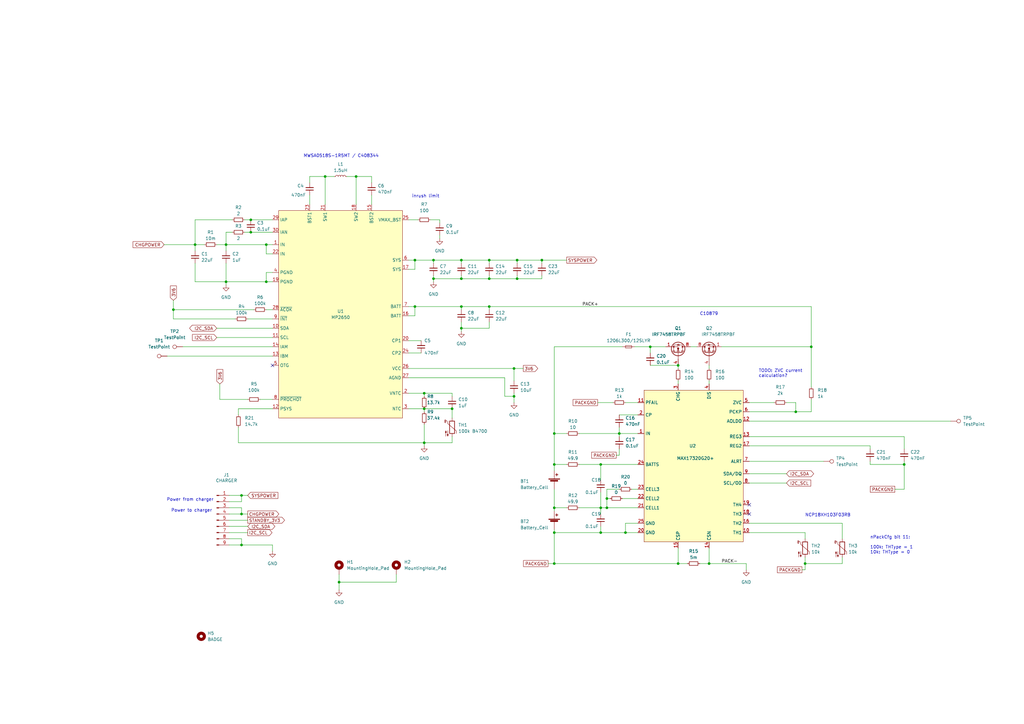
<source format=kicad_sch>
(kicad_sch (version 20230121) (generator eeschema)
  (paper "A3")
  (lib_symbols
    (symbol "Connector:Conn_01x09_Male" (pin_names (offset 1.016) hide)
      (property "Reference" "J" (at 0 12.7 0))
      (property "Value" "Conn_01x09_Male" (at 0 -12.7 0))
      (symbol "Conn_01x09_Male_1_1"
        (pin passive line (at 5.08 10.16 180) (length 3.81) (name "Pin_1") (number "1"))
        (pin passive line (at 5.08 7.62 180) (length 3.81) (name "Pin_2") (number "2"))
        (pin passive line (at 5.08 5.08 180) (length 3.81) (name "Pin_3") (number "3"))
        (pin passive line (at 5.08 2.54 180) (length 3.81) (name "Pin_4") (number "4"))
        (pin passive line (at 5.08 0 180) (length 3.81) (name "Pin_5") (number "5"))
        (pin passive line (at 5.08 -2.54 180) (length 3.81) (name "Pin_6") (number "6"))
        (pin passive line (at 5.08 -5.08 180) (length 3.81) (name "Pin_7") (number "7"))
        (pin passive line (at 5.08 -7.62 180) (length 3.81) (name "Pin_8") (number "8"))
        (pin passive line (at 5.08 -10.16 180) (length 3.81) (name "Pin_9") (number "9"))
      )
    )
    (symbol "Connector:TestPoint" (pin_numbers hide) (pin_names (offset 0.762) hide)
      (property "Reference" "TP" (at 0 6.858 0))
      (property "Value" "TestPoint" (at 0 5.08 0))
      (symbol "TestPoint_1_1"
        (pin passive line (at 0 0 90) (length 2.54) (name "1") (number "1"))
      )
    )
    (symbol "Device:Battery_Cell" (pin_numbers hide) (pin_names (offset 0) hide)
      (property "Reference" "BT" (at 2.54 2.54 0))
      (property "Value" "Battery_Cell" (at 2.54 0 0))
      (symbol "Battery_Cell_1_1"
        (pin passive line (at 0 5.08 270) (length 2.54) (name "+") (number "1"))
        (pin passive line (at 0 -2.54 90) (length 2.54) (name "-") (number "2"))
      )
    )
    (symbol "Device:C_Small" (pin_numbers hide) (pin_names (offset 0.254) hide)
      (property "Reference" "C" (at 0.254 1.778 0))
      (property "Value" "C_Small" (at 0.254 -2.032 0))
      (symbol "C_Small_1_1"
        (pin passive line (at 0 2.54 270) (length 2.032) (name "~") (number "1"))
        (pin passive line (at 0 -2.54 90) (length 2.032) (name "~") (number "2"))
      )
    )
    (symbol "Device:Fuse_Small" (pin_numbers hide) (pin_names (offset 0.254) hide)
      (property "Reference" "F" (at 0 -1.524 0))
      (property "Value" "Fuse_Small" (at 0 1.524 0))
      (symbol "Fuse_Small_1_1"
        (pin passive line (at -2.54 0 0) (length 1.27) (name "~") (number "1"))
        (pin passive line (at 2.54 0 180) (length 1.27) (name "~") (number "2"))
      )
    )
    (symbol "Device:L_Small" (pin_numbers hide) (pin_names (offset 0.254) hide)
      (property "Reference" "L" (at 0.762 1.016 0))
      (property "Value" "L_Small" (at 0.762 -1.016 0))
      (symbol "L_Small_1_1"
        (pin passive line (at 0 2.54 270) (length 0.508) (name "~") (number "1"))
        (pin passive line (at 0 -2.54 90) (length 0.508) (name "~") (number "2"))
      )
    )
    (symbol "Device:R_Small" (pin_numbers hide) (pin_names (offset 0.254) hide)
      (property "Reference" "R" (at 0.762 0.508 0))
      (property "Value" "R_Small" (at 0.762 -1.016 0))
      (symbol "R_Small_1_1"
        (pin passive line (at 0 2.54 270) (length 0.762) (name "~") (number "1"))
        (pin passive line (at 0 -2.54 90) (length 0.762) (name "~") (number "2"))
      )
    )
    (symbol "Device:Thermistor_NTC" (pin_numbers hide) (pin_names (offset 0))
      (property "Reference" "TH" (at -4.445 0 90))
      (property "Value" "Thermistor_NTC" (at 3.175 0 90))
      (symbol "Thermistor_NTC_1_1"
        (pin passive line (at 0 3.81 270) (length 1.27) (name "~") (number "1"))
        (pin passive line (at 0 -3.81 90) (length 1.27) (name "~") (number "2"))
      )
    )
    (symbol "Mechanical:MountingHole" (pin_names (offset 1.016))
      (property "Reference" "H" (at 0 5.08 0))
      (property "Value" "MountingHole" (at 0 3.175 0))
    )
    (symbol "Mechanical:MountingHole_Pad" (pin_numbers hide) (pin_names (offset 1.016) hide)
      (property "Reference" "H" (at 0 6.35 0))
      (property "Value" "MountingHole_Pad" (at 0 4.445 0))
      (symbol "MountingHole_Pad_1_1"
        (pin input line (at 0 -2.54 90) (length 2.54) (name "1") (number "1"))
      )
    )
    (symbol "Transistor_FET:IRF7403" (pin_names hide)
      (property "Reference" "Q" (at 5.08 2.54 0))
      (property "Value" "IRF7403" (at 5.08 0 0))
      (symbol "IRF7403_1_1"
        (pin passive line (at 2.54 -5.08 90) (length 2.54) (name "S") (number "1"))
        (pin passive line (at 2.54 -5.08 90) (length 2.54) hide (name "S") (number "2"))
        (pin passive line (at 2.54 -5.08 90) (length 2.54) hide (name "S") (number "3"))
        (pin input line (at -5.08 0 0) (length 2.54) (name "G") (number "4"))
        (pin passive line (at 2.54 5.08 270) (length 2.54) hide (name "D") (number "5"))
        (pin passive line (at 2.54 5.08 270) (length 2.54) hide (name "D") (number "6"))
        (pin passive line (at 2.54 5.08 270) (length 2.54) hide (name "D") (number "7"))
        (pin passive line (at 2.54 5.08 270) (length 2.54) (name "D") (number "8"))
      )
    )
    (symbol "pocket-reform-charger:MAX17320G"
      (property "Reference" "U2" (at -1.7906 2.54 0))
      (property "Value" "MAX17320G" (at -6.8706 -2.54 0))
      (symbol "MAX17320G_1_1"
        (pin power_in line (at -22.86 7.62 0) (length 2.54) (name "IN") (number "1"))
        (pin input line (at 22.86 -33.02 180) (length 2.54) (name "TH1") (number "10"))
        (pin input line (at -22.86 20.32 0) (length 2.54) (name "PFAIL") (number "11"))
        (pin passive line (at 22.86 12.7 180) (length 2.54) (name "AOLDO") (number "12"))
        (pin input line (at 22.86 6.35 180) (length 2.54) (name "REG3") (number "13"))
        (pin input line (at 6.35 -39.37 90) (length 2.54) (name "CSN") (number "14"))
        (pin input line (at -6.35 -39.37 90) (length 2.54) (name "CSP") (number "15"))
        (pin input line (at 22.86 -29.21 180) (length 2.54) (name "TH2") (number "16"))
        (pin input line (at 22.86 2.54 180) (length 2.54) (name "REG2") (number "17"))
        (pin input line (at 22.86 -25.4 180) (length 2.54) (name "TH3") (number "18"))
        (pin input line (at 22.86 -21.59 180) (length 2.54) (name "TH4") (number "19"))
        (pin input line (at -22.86 15.24 0) (length 2.54) (name "CP") (number "2"))
        (pin input line (at -22.86 -33.02 0) (length 2.54) (name "GND") (number "20"))
        (pin input line (at -22.86 -22.86 0) (length 2.54) (name "CELL1") (number "21"))
        (pin input line (at -22.86 -19.05 0) (length 2.54) (name "CELL2") (number "22"))
        (pin input line (at -22.86 -15.24 0) (length 2.54) (name "CELL3") (number "23"))
        (pin input line (at -22.86 -5.08 0) (length 2.54) (name "BATTS") (number "24"))
        (pin input line (at -22.86 -29.21 0) (length 2.54) (name "GND") (number "25"))
        (pin input line (at -6.35 27.94 270) (length 2.54) (name "CHG") (number "3"))
        (pin input line (at 6.35 27.94 270) (length 2.54) (name "DIS") (number "4"))
        (pin passive line (at 22.86 20.32 180) (length 2.54) (name "ZVC") (number "5"))
        (pin passive line (at 22.86 16.51 180) (length 2.54) (name "PCKP") (number "6"))
        (pin output line (at 22.86 -3.81 180) (length 2.54) (name "ALRT") (number "7"))
        (pin input line (at 22.86 -12.7 180) (length 2.54) (name "SCL/OD") (number "8"))
        (pin bidirectional line (at 22.86 -8.89 180) (length 2.54) (name "SDA/DQ") (number "9"))
      )
    )
    (symbol "pocket-reform-charger:MP2650"
      (property "Reference" "U" (at 0 2.54 0))
      (property "Value" "MP2650" (at 0 -1.27 0))
      (symbol "MP2650_1_1"
        (pin power_in line (at -27.94 27.94 0) (length 2.54) (name "IN") (number "1"))
        (pin bidirectional line (at -27.94 -6.35 0) (length 2.54) (name "SDA") (number "10"))
        (pin input line (at -27.94 -10.16 0) (length 2.54) (name "SCL") (number "11"))
        (pin output line (at -27.94 -39.37 0) (length 2.54) (name "PSYS") (number "12"))
        (pin output line (at -27.94 -17.78 0) (length 2.54) (name "IBM") (number "13"))
        (pin output line (at -27.94 -13.97 0) (length 2.54) (name "IAM") (number "14"))
        (pin input line (at 12.7 44.45 270) (length 2.54) (name "BST2") (number "15"))
        (pin bidirectional line (at 27.94 -1.27 180) (length 2.54) (name "BATT") (number "16"))
        (pin power_out line (at 27.94 17.78 180) (length 2.54) (name "SYS") (number "17"))
        (pin input line (at 6.35 44.45 270) (length 2.54) (name "SW2") (number "18"))
        (pin power_in line (at -27.94 12.7 0) (length 2.54) (name "PGND") (number "19"))
        (pin output line (at 27.94 -33.02 180) (length 2.54) (name "VNTC") (number "2"))
        (pin input line (at 27.94 -11.43 180) (length 2.54) (name "CP1") (number "20"))
        (pin input line (at -6.35 44.45 270) (length 2.54) (name "SW1") (number "21"))
        (pin power_in line (at -27.94 24.13 0) (length 2.54) (name "IN") (number "22"))
        (pin input line (at -12.7 44.45 270) (length 2.54) (name "BST1") (number "23"))
        (pin input line (at 27.94 -16.51 180) (length 2.54) (name "CP2") (number "24"))
        (pin output line (at 27.94 38.1 180) (length 2.54) (name "VMAX_BST") (number "25"))
        (pin power_out line (at 27.94 -22.86 180) (length 2.54) (name "VCC") (number "26"))
        (pin power_in line (at 27.94 -26.67 180) (length 2.54) (name "AGND") (number "27"))
        (pin input line (at -27.94 1.27 0) (length 2.54) (name "~{ACOK}") (number "28"))
        (pin input line (at -27.94 38.1 0) (length 2.54) (name "IAP") (number "29"))
        (pin input line (at 27.94 -39.37 180) (length 2.54) (name "NTC") (number "3"))
        (pin input line (at -27.94 33.02 0) (length 2.54) (name "IAN") (number "30"))
        (pin power_in line (at -27.94 16.51 0) (length 2.54) (name "PGND") (number "4"))
        (pin input line (at -27.94 -21.59 0) (length 2.54) (name "OTG") (number "5"))
        (pin power_out line (at 27.94 21.59 180) (length 2.54) (name "SYS") (number "6"))
        (pin bidirectional line (at 27.94 2.54 180) (length 2.54) (name "BATT") (number "7"))
        (pin output line (at -27.94 -35.56 0) (length 2.54) (name "~{PROCHOT}") (number "8"))
        (pin output line (at -27.94 -2.54 0) (length 2.54) (name "~{INT}") (number "9"))
      )
    )
    (symbol "power:GND" (power) (pin_names (offset 0))
      (property "Value" "GND" (at 0 -3.81 0))
      (symbol "GND_1_1"
        (pin power_in line (at 0 0 270) (length 0) hide (name "GND") (number "1"))
      )
    )
  )
  (junction (at 278.13 231.14))
  (junction (at 173.99 161.29))
  (junction (at 266.7 142.24))
  (junction (at 189.23 134.62))
  (junction (at 173.99 181.61))
  (junction (at 71.12 127))
  (junction (at 200.66 125.73))
  (junction (at 332.74 142.24))
  (junction (at 246.38 218.44))
  (junction (at 278.13 149.86))
  (junction (at 227.33 231.14))
  (junction (at 248.92 208.28))
  (junction (at 177.8 114.3))
  (junction (at 326.39 168.91))
  (junction (at 227.33 177.8))
  (junction (at 210.82 151.13))
  (junction (at 92.71 100.33))
  (junction (at 102.87 90.17))
  (junction (at 102.87 95.25))
  (junction (at 109.22 115.57))
  (junction (at 109.22 100.33))
  (junction (at 80.01 100.33))
  (junction (at 254 177.8))
  (junction (at 246.38 190.5))
  (junction (at 290.83 231.14))
  (junction (at 210.82 162.56))
  (junction (at 246.38 208.28))
  (junction (at 212.09 106.68))
  (junction (at 256.54 218.44))
  (junction (at 173.99 167.64))
  (junction (at 185.42 167.64))
  (junction (at 200.66 106.68))
  (junction (at 99.06 203.2))
  (junction (at 212.09 114.3))
  (junction (at 99.06 223.52))
  (junction (at 248.92 204.47))
  (junction (at 189.23 114.3))
  (junction (at 330.2 231.14))
  (junction (at 189.23 106.68))
  (junction (at 200.66 114.3))
  (junction (at 227.33 208.28))
  (junction (at 99.06 210.82))
  (junction (at 146.05 72.39))
  (junction (at 227.33 190.5))
  (junction (at 370.84 190.5))
  (junction (at 170.18 125.73))
  (junction (at 227.33 218.44))
  (junction (at 222.25 106.68))
  (junction (at 133.35 72.39))
  (junction (at 177.8 106.68))
  (junction (at 170.18 106.68))
  (junction (at 139.065 238.76))
  (junction (at 92.71 115.57))
  (junction (at 189.23 125.73))
  (no_connect (at 307.34 207.01))
  (no_connect (at 307.34 210.82))
  (no_connect (at 111.76 149.86))
  (wire (pts (xy 326.39 165.1) (xy 322.58 165.1)))
  (wire (pts (xy 173.99 173.99) (xy 173.99 181.61)))
  (wire (pts (xy 80.01 100.33) (xy 80.01 102.87)))
  (wire (pts (xy 207.01 162.56) (xy 210.82 162.56)))
  (wire (pts (xy 100.33 95.25) (xy 102.87 95.25)))
  (wire (pts (xy 345.44 231.14) (xy 345.44 228.6)))
  (wire (pts (xy 99.06 220.98) (xy 99.06 223.52)))
  (wire (pts (xy 167.64 161.29) (xy 173.99 161.29)))
  (wire (pts (xy 222.25 114.3) (xy 222.25 113.03)))
  (wire (pts (xy 142.24 72.39) (xy 146.05 72.39)))
  (wire (pts (xy 97.79 181.61) (xy 97.79 175.26)))
  (wire (pts (xy 259.08 200.66) (xy 261.62 200.66)))
  (wire (pts (xy 332.74 168.91) (xy 332.74 163.83)))
  (wire (pts (xy 97.79 167.64) (xy 97.79 170.18)))
  (wire (pts (xy 307.34 168.91) (xy 326.39 168.91)))
  (wire (pts (xy 278.13 156.21) (xy 278.13 157.48)))
  (wire (pts (xy 254 200.66) (xy 248.92 200.66)))
  (wire (pts (xy 167.64 151.13) (xy 210.82 151.13)))
  (wire (pts (xy 283.21 142.24) (xy 285.75 142.24)))
  (wire (pts (xy 92.71 116.84) (xy 92.71 115.57)))
  (wire (pts (xy 345.44 220.98) (xy 345.44 214.63)))
  (wire (pts (xy 207.01 154.94) (xy 207.01 162.56)))
  (wire (pts (xy 254 175.26) (xy 254 177.8)))
  (wire (pts (xy 170.18 125.73) (xy 170.18 129.54)))
  (wire (pts (xy 97.79 167.64) (xy 111.76 167.64)))
  (wire (pts (xy 227.33 208.28) (xy 227.33 209.55)))
  (wire (pts (xy 210.82 162.56) (xy 210.82 165.1)))
  (wire (pts (xy 328.93 233.68) (xy 330.2 233.68)))
  (wire (pts (xy 222.25 106.68) (xy 232.41 106.68)))
  (wire (pts (xy 93.98 205.74) (xy 99.06 205.74)))
  (wire (pts (xy 93.98 210.82) (xy 99.06 210.82)))
  (wire (pts (xy 99.06 208.28) (xy 99.06 210.82)))
  (wire (pts (xy 332.74 125.73) (xy 332.74 142.24)))
  (wire (pts (xy 177.8 114.3) (xy 189.23 114.3)))
  (wire (pts (xy 167.64 167.64) (xy 173.99 167.64)))
  (wire (pts (xy 224.79 231.14) (xy 227.33 231.14)))
  (wire (pts (xy 74.93 142.24) (xy 111.76 142.24)))
  (wire (pts (xy 167.64 90.17) (xy 171.45 90.17)))
  (wire (pts (xy 290.83 231.14) (xy 306.07 231.14)))
  (wire (pts (xy 237.49 177.8) (xy 254 177.8)))
  (wire (pts (xy 93.98 208.28) (xy 99.06 208.28)))
  (wire (pts (xy 356.87 190.5) (xy 356.87 189.23)))
  (wire (pts (xy 90.17 163.83) (xy 90.17 157.48)))
  (wire (pts (xy 367.03 200.66) (xy 370.84 200.66)))
  (wire (pts (xy 356.87 182.88) (xy 356.87 184.15)))
  (wire (pts (xy 210.82 161.29) (xy 210.82 162.56)))
  (wire (pts (xy 152.4 80.01) (xy 152.4 83.82)))
  (wire (pts (xy 167.64 154.94) (xy 207.01 154.94)))
  (wire (pts (xy 96.52 130.81) (xy 71.12 130.81)))
  (wire (pts (xy 307.34 194.31) (xy 322.58 194.31)))
  (wire (pts (xy 332.74 142.24) (xy 295.91 142.24)))
  (wire (pts (xy 127 80.01) (xy 127 83.82)))
  (wire (pts (xy 106.68 163.83) (xy 111.76 163.83)))
  (wire (pts (xy 326.39 168.91) (xy 332.74 168.91)))
  (wire (pts (xy 307.34 182.88) (xy 356.87 182.88)))
  (wire (pts (xy 227.33 218.44) (xy 227.33 217.17)))
  (wire (pts (xy 246.38 190.5) (xy 246.38 196.85)))
  (wire (pts (xy 227.33 200.66) (xy 227.33 208.28)))
  (wire (pts (xy 227.33 190.5) (xy 227.33 193.04)))
  (wire (pts (xy 173.99 161.29) (xy 185.42 161.29)))
  (wire (pts (xy 111.76 226.06) (xy 111.76 223.52)))
  (wire (pts (xy 139.065 238.76) (xy 162.56 238.76)))
  (wire (pts (xy 133.35 83.82) (xy 133.35 72.39)))
  (wire (pts (xy 170.18 125.73) (xy 189.23 125.73)))
  (wire (pts (xy 290.83 156.21) (xy 290.83 157.48)))
  (wire (pts (xy 173.99 181.61) (xy 97.79 181.61)))
  (wire (pts (xy 173.99 161.29) (xy 173.99 162.56)))
  (wire (pts (xy 167.64 139.7) (xy 172.72 139.7)))
  (wire (pts (xy 200.66 113.03) (xy 200.66 114.3)))
  (wire (pts (xy 177.8 113.03) (xy 177.8 114.3)))
  (wire (pts (xy 92.71 115.57) (xy 109.22 115.57)))
  (wire (pts (xy 93.98 218.44) (xy 101.6 218.44)))
  (wire (pts (xy 232.41 177.8) (xy 227.33 177.8)))
  (wire (pts (xy 111.76 104.14) (xy 109.22 104.14)))
  (wire (pts (xy 248.92 204.47) (xy 250.19 204.47)))
  (wire (pts (xy 252.73 186.69) (xy 254 186.69)))
  (wire (pts (xy 189.23 125.73) (xy 189.23 127)))
  (wire (pts (xy 80.01 100.33) (xy 83.82 100.33)))
  (wire (pts (xy 146.05 72.39) (xy 146.05 83.82)))
  (wire (pts (xy 330.2 220.98) (xy 330.2 218.44)))
  (wire (pts (xy 254 170.18) (xy 261.62 170.18)))
  (wire (pts (xy 189.23 106.68) (xy 189.23 107.95)))
  (wire (pts (xy 162.56 238.76) (xy 162.56 235.585)))
  (wire (pts (xy 307.34 198.12) (xy 322.58 198.12)))
  (wire (pts (xy 212.09 106.68) (xy 212.09 107.95)))
  (wire (pts (xy 109.22 104.14) (xy 109.22 100.33)))
  (wire (pts (xy 109.22 100.33) (xy 111.76 100.33)))
  (wire (pts (xy 173.99 167.64) (xy 173.99 168.91)))
  (wire (pts (xy 210.82 151.13) (xy 214.63 151.13)))
  (wire (pts (xy 93.98 220.98) (xy 99.06 220.98)))
  (wire (pts (xy 189.23 106.68) (xy 200.66 106.68)))
  (wire (pts (xy 92.71 95.25) (xy 92.71 100.33)))
  (wire (pts (xy 261.62 214.63) (xy 256.54 214.63)))
  (wire (pts (xy 307.34 165.1) (xy 317.5 165.1)))
  (wire (pts (xy 177.8 106.68) (xy 189.23 106.68)))
  (wire (pts (xy 246.38 208.28) (xy 246.38 210.82)))
  (wire (pts (xy 248.92 200.66) (xy 248.92 204.47)))
  (wire (pts (xy 222.25 106.68) (xy 222.25 107.95)))
  (wire (pts (xy 345.44 214.63) (xy 307.34 214.63)))
  (wire (pts (xy 210.82 151.13) (xy 210.82 156.21)))
  (wire (pts (xy 100.33 90.17) (xy 102.87 90.17)))
  (wire (pts (xy 92.71 100.33) (xy 109.22 100.33)))
  (wire (pts (xy 80.01 115.57) (xy 80.01 107.95)))
  (wire (pts (xy 127 72.39) (xy 127 74.93)))
  (wire (pts (xy 189.23 113.03) (xy 189.23 114.3)))
  (wire (pts (xy 127 72.39) (xy 133.35 72.39)))
  (wire (pts (xy 139.065 235.585) (xy 139.065 238.76)))
  (wire (pts (xy 189.23 134.62) (xy 200.66 134.62)))
  (wire (pts (xy 246.38 215.9) (xy 246.38 218.44)))
  (wire (pts (xy 71.12 130.81) (xy 71.12 127)))
  (wire (pts (xy 255.27 204.47) (xy 261.62 204.47)))
  (wire (pts (xy 266.7 142.24) (xy 266.7 144.78)))
  (wire (pts (xy 256.54 165.1) (xy 261.62 165.1)))
  (wire (pts (xy 101.6 130.81) (xy 111.76 130.81)))
  (wire (pts (xy 99.06 203.2) (xy 101.6 203.2)))
  (wire (pts (xy 109.22 127) (xy 111.76 127)))
  (wire (pts (xy 180.34 91.44) (xy 180.34 90.17)))
  (wire (pts (xy 278.13 149.86) (xy 278.13 151.13)))
  (wire (pts (xy 246.38 201.93) (xy 246.38 208.28)))
  (wire (pts (xy 370.84 190.5) (xy 356.87 190.5)))
  (wire (pts (xy 212.09 114.3) (xy 212.09 113.03)))
  (wire (pts (xy 200.66 114.3) (xy 212.09 114.3)))
  (wire (pts (xy 167.64 106.68) (xy 170.18 106.68)))
  (wire (pts (xy 177.8 114.3) (xy 177.8 115.57)))
  (wire (pts (xy 71.12 127) (xy 104.14 127)))
  (wire (pts (xy 167.64 144.78) (xy 172.72 144.78)))
  (wire (pts (xy 99.06 210.82) (xy 101.6 210.82)))
  (wire (pts (xy 99.06 223.52) (xy 111.76 223.52)))
  (wire (pts (xy 306.07 233.68) (xy 306.07 231.14)))
  (wire (pts (xy 200.66 125.73) (xy 200.66 127)))
  (wire (pts (xy 180.34 96.52) (xy 180.34 97.79)))
  (wire (pts (xy 170.18 106.68) (xy 170.18 110.49)))
  (wire (pts (xy 256.54 214.63) (xy 256.54 218.44)))
  (wire (pts (xy 307.34 218.44) (xy 330.2 218.44)))
  (wire (pts (xy 330.2 231.14) (xy 330.2 233.68)))
  (wire (pts (xy 68.58 146.05) (xy 111.76 146.05)))
  (wire (pts (xy 180.34 90.17) (xy 176.53 90.17)))
  (wire (pts (xy 99.06 223.52) (xy 93.98 223.52)))
  (wire (pts (xy 278.13 231.14) (xy 278.13 224.79)))
  (wire (pts (xy 370.84 190.5) (xy 370.84 200.66)))
  (wire (pts (xy 173.99 167.64) (xy 185.42 167.64)))
  (wire (pts (xy 109.22 111.76) (xy 109.22 115.57)))
  (wire (pts (xy 133.35 72.39) (xy 137.16 72.39)))
  (wire (pts (xy 88.9 134.62) (xy 111.76 134.62)))
  (wire (pts (xy 102.87 95.25) (xy 111.76 95.25)))
  (wire (pts (xy 93.98 203.2) (xy 99.06 203.2)))
  (wire (pts (xy 248.92 208.28) (xy 261.62 208.28)))
  (wire (pts (xy 95.25 90.17) (xy 80.01 90.17)))
  (wire (pts (xy 152.4 74.93) (xy 152.4 72.39)))
  (wire (pts (xy 254 186.69) (xy 254 184.15)))
  (wire (pts (xy 111.76 111.76) (xy 109.22 111.76)))
  (wire (pts (xy 246.38 208.28) (xy 248.92 208.28)))
  (wire (pts (xy 307.34 189.23) (xy 337.82 189.23)))
  (wire (pts (xy 189.23 114.3) (xy 200.66 114.3)))
  (wire (pts (xy 92.71 115.57) (xy 80.01 115.57)))
  (wire (pts (xy 185.42 181.61) (xy 185.42 179.07)))
  (wire (pts (xy 254 177.8) (xy 261.62 177.8)))
  (wire (pts (xy 170.18 129.54) (xy 167.64 129.54)))
  (wire (pts (xy 167.64 125.73) (xy 170.18 125.73)))
  (wire (pts (xy 248.92 208.28) (xy 248.92 204.47)))
  (wire (pts (xy 170.18 106.68) (xy 177.8 106.68)))
  (wire (pts (xy 185.42 167.64) (xy 185.42 171.45)))
  (wire (pts (xy 139.065 238.76) (xy 139.065 241.935)))
  (wire (pts (xy 109.22 115.57) (xy 111.76 115.57)))
  (wire (pts (xy 189.23 132.08) (xy 189.23 134.62)))
  (wire (pts (xy 67.31 100.33) (xy 80.01 100.33)))
  (wire (pts (xy 260.35 142.24) (xy 266.7 142.24)))
  (wire (pts (xy 261.62 218.44) (xy 256.54 218.44)))
  (wire (pts (xy 266.7 149.86) (xy 278.13 149.86)))
  (wire (pts (xy 237.49 190.5) (xy 246.38 190.5)))
  (wire (pts (xy 177.8 106.68) (xy 177.8 107.95)))
  (wire (pts (xy 290.83 231.14) (xy 287.02 231.14)))
  (wire (pts (xy 185.42 161.29) (xy 185.42 162.56)))
  (wire (pts (xy 92.71 100.33) (xy 92.71 102.87)))
  (wire (pts (xy 246.38 208.28) (xy 237.49 208.28)))
  (wire (pts (xy 227.33 190.5) (xy 232.41 190.5)))
  (wire (pts (xy 99.06 205.74) (xy 99.06 203.2)))
  (wire (pts (xy 266.7 142.24) (xy 273.05 142.24)))
  (wire (pts (xy 278.13 231.14) (xy 227.33 231.14)))
  (wire (pts (xy 370.84 189.23) (xy 370.84 190.5)))
  (wire (pts (xy 370.84 179.07) (xy 370.84 184.15)))
  (wire (pts (xy 290.83 224.79) (xy 290.83 231.14)))
  (wire (pts (xy 245.11 165.1) (xy 251.46 165.1)))
  (wire (pts (xy 189.23 134.62) (xy 189.23 135.89)))
  (wire (pts (xy 232.41 208.28) (xy 227.33 208.28)))
  (wire (pts (xy 88.9 138.43) (xy 111.76 138.43)))
  (wire (pts (xy 200.66 125.73) (xy 332.74 125.73)))
  (wire (pts (xy 200.66 134.62) (xy 200.66 132.08)))
  (wire (pts (xy 307.34 179.07) (xy 370.84 179.07)))
  (wire (pts (xy 173.99 181.61) (xy 185.42 181.61)))
  (wire (pts (xy 88.9 100.33) (xy 92.71 100.33)))
  (wire (pts (xy 200.66 106.68) (xy 212.09 106.68)))
  (wire (pts (xy 71.12 123.19) (xy 71.12 127)))
  (wire (pts (xy 173.99 181.61) (xy 173.99 182.88)))
  (wire (pts (xy 281.94 231.14) (xy 278.13 231.14)))
  (wire (pts (xy 246.38 190.5) (xy 261.62 190.5)))
  (wire (pts (xy 246.38 218.44) (xy 227.33 218.44)))
  (wire (pts (xy 212.09 114.3) (xy 222.25 114.3)))
  (wire (pts (xy 80.01 90.17) (xy 80.01 100.33)))
  (wire (pts (xy 101.6 163.83) (xy 90.17 163.83)))
  (wire (pts (xy 330.2 231.14) (xy 345.44 231.14)))
  (wire (pts (xy 189.23 125.73) (xy 200.66 125.73)))
  (wire (pts (xy 170.18 110.49) (xy 167.64 110.49)))
  (wire (pts (xy 254 177.8) (xy 254 179.07)))
  (wire (pts (xy 200.66 106.68) (xy 200.66 107.95)))
  (wire (pts (xy 227.33 218.44) (xy 227.33 231.14)))
  (wire (pts (xy 93.98 215.9) (xy 101.6 215.9)))
  (wire (pts (xy 212.09 106.68) (xy 222.25 106.68)))
  (wire (pts (xy 93.98 213.36) (xy 101.6 213.36)))
  (wire (pts (xy 290.83 149.86) (xy 290.83 151.13)))
  (wire (pts (xy 326.39 168.91) (xy 326.39 165.1)))
  (wire (pts (xy 307.34 172.72) (xy 389.89 172.72)))
  (wire (pts (xy 332.74 142.24) (xy 332.74 158.75)))
  (wire (pts (xy 95.25 95.25) (xy 92.71 95.25)))
  (wire (pts (xy 92.71 107.95) (xy 92.71 115.57)))
  (wire (pts (xy 102.87 90.17) (xy 111.76 90.17)))
  (wire (pts (xy 255.27 142.24) (xy 227.33 142.24)))
  (wire (pts (xy 330.2 228.6) (xy 330.2 231.14)))
  (wire (pts (xy 146.05 72.39) (xy 152.4 72.39)))
  (wire (pts (xy 227.33 142.24) (xy 227.33 177.8)))
  (wire (pts (xy 227.33 177.8) (xy 227.33 190.5)))
  (wire (pts (xy 256.54 218.44) (xy 246.38 218.44)))
  (text "MWSA0518S-1R5MT / C408344" (at 124.46 64.77 0) (effects (font (size 1.27 1.27)) (justify left bottom)))
  (text "TODO: ZVC current\ncalculation?" (at 311.15 154.94 0) (effects (font (size 1.27 1.27)) (justify left bottom)))
  (text "C10879" (at 287.02 129.54 0) (effects (font (size 1.27 1.27)) (justify left bottom)))
  (text "NCP18XH103F03RB " (at 330.2 212.09 0) (effects (font (size 1.27 1.27)) (justify left bottom)))
  (text "inrush limit" (at 168.91 81.28 0) (effects (font (size 1.27 1.27)) (justify left bottom)))
  (text "Power from charger" (at 87.63 205.74 0) (effects (font (size 1.27 1.27)) (justify right bottom)))
  (text "nPackCfg bit 11:\n\n100k: THType = 1\n10k: THType = 0" (at 356.87 227.33 0) (effects (font (size 1.27 1.27)) (justify left bottom)))
  (text "Power to charger" (at 86.995 210.185 0) (effects (font (size 1.27 1.27)) (justify right bottom)))
  (label "PACK+" (at 238.76 125.73 0))
  (label "PACK-" (at 295.91 231.14 0))
  (global_label "PACKGND" (shape passive) (at 328.93 233.68 180) (property "Intersheetrefs" "${INTERSHEET_REFS}" (effects hide)))
  (global_label "PACKGND" (shape passive) (at 367.03 200.66 180) (property "Intersheetrefs" "${INTERSHEET_REFS}" (effects hide)))
  (global_label "CHGPOWER" (shape output) (at 101.6 210.82 0) (property "Intersheetrefs" "${INTERSHEET_REFS}" (effects hide)))
  (global_label "PACKGND" (shape passive) (at 224.79 231.14 180) (property "Intersheetrefs" "${INTERSHEET_REFS}" (effects hide)))
  (global_label "SYSPOWER" (shape input) (at 101.6 203.2 0) (property "Intersheetrefs" "${INTERSHEET_REFS}" (effects hide)))
  (global_label "I2C_SDA" (shape bidirectional) (at 322.58 194.31 0) (property "Intersheetrefs" "${INTERSHEET_REFS}" (effects hide)))
  (global_label "SYSPOWER" (shape output) (at 232.41 106.68 0) (property "Intersheetrefs" "${INTERSHEET_REFS}" (effects hide)))
  (global_label "3V6" (shape input) (at 71.12 123.19 90) (property "Intersheetrefs" "${INTERSHEET_REFS}" (effects hide)))
  (global_label "3V6" (shape input) (at 90.17 157.48 90) (property "Intersheetrefs" "${INTERSHEET_REFS}" (effects hide)))
  (global_label "I2C_SDA" (shape bidirectional) (at 88.9 134.62 180) (property "Intersheetrefs" "${INTERSHEET_REFS}" (effects hide)))
  (global_label "I2C_SCL" (shape input) (at 322.58 198.12 0) (property "Intersheetrefs" "${INTERSHEET_REFS}" (effects hide)))
  (global_label "3V6" (shape output) (at 214.63 151.13 0) (property "Intersheetrefs" "${INTERSHEET_REFS}" (effects hide)))
  (global_label "STANDBY_3V3" (shape output) (at 101.6 213.36 0) (property "Intersheetrefs" "${INTERSHEET_REFS}" (effects hide)))
  (global_label "PACKGND" (shape passive) (at 245.11 165.1 180) (property "Intersheetrefs" "${INTERSHEET_REFS}" (effects hide)))
  (global_label "I2C_SCL" (shape input) (at 88.9 138.43 180) (property "Intersheetrefs" "${INTERSHEET_REFS}" (effects hide)))
  (global_label "CHGPOWER" (shape input) (at 67.31 100.33 180) (property "Intersheetrefs" "${INTERSHEET_REFS}" (effects hide)))
  (global_label "I2C_SDA" (shape bidirectional) (at 101.6 215.9 0) (property "Intersheetrefs" "${INTERSHEET_REFS}" (effects hide)))
  (global_label "I2C_SCL" (shape output) (at 101.6 218.44 0) (property "Intersheetrefs" "${INTERSHEET_REFS}" (effects hide)))
  (global_label "PACKGND" (shape passive) (at 252.73 186.69 180) (property "Intersheetrefs" "${INTERSHEET_REFS}" (effects hide)))
  (symbol (lib_id "power:GND") (at 111.76 226.06 0) (unit 1)
    (property "Reference" "#PWR0101" (effects hide))
    (property "Value" "GND" (at 111.76 231.14 0))
  )
  (symbol (lib_id "Device:C_Small") (at 172.72 142.24 180) (unit 1)
    (property "Reference" "C5" (at 173.99 139.6935 0) (effects (justify right)))
    (property "Value" "470nF" (at 173.99 144.7735 0) (effects (justify right)))
    (property "Footprint" "Capacitor_SMD:C_0603_1608Metric" (effects hide))
    (property "LCSC" "C2905413" (effects hide))
    (property "Manufacturer" "Taiyo Yuden" (effects hide))
    (property "Manufacturer_No" "UMK107B7474KAHTE" (effects hide))
  )
  (symbol (lib_id "Device:C_Small") (at 200.66 129.54 0) (unit 1)
    (property "Reference" "C12" (at 203.2 128.2762 0) (effects (justify left)))
    (property "Value" "22uF" (at 203.2 130.8162 0) (effects (justify left)))
    (property "Footprint" "Capacitor_SMD:C_0805_2012Metric" (effects hide))
    (property "LCSC" "C86816" (effects hide))
    (property "Manufacturer" "Murata" (effects hide))
    (property "Manufacturer_No" "GRM21BR61E226ME44L" (effects hide))
  )
  (symbol (lib_id "Device:R_Small") (at 106.68 127 90) (unit 1)
    (property "Reference" "R6" (at 106.68 121.92 90))
    (property "Value" "100k" (at 106.68 124.46 90))
    (property "Footprint" "Resistor_SMD:R_0603_1608Metric" (effects hide))
    (property "LCSC" "C189597" (effects hide))
    (property "Manufacturer" "Panasonic" (effects hide))
    (property "Manufacturer_No" "ERJ3EKF1003V" (effects hide))
  )
  (symbol (lib_id "power:GND") (at 177.8 115.57 0) (unit 1)
    (property "Reference" "#PWR03" (effects hide))
    (property "Value" "GND" (at 177.8 120.65 0))
  )
  (symbol (lib_id "Device:R_Small") (at 173.99 165.1 0) (unit 1)
    (property "Reference" "R8" (at 176.53 162.56 0))
    (property "Value" "13.7k" (at 177.8 165.1 0))
    (property "Footprint" "Resistor_SMD:R_0603_1608Metric" (effects hide))
    (property "LCSC" "C203293" (effects hide))
    (property "Manufacturer" "Bourns" (effects hide))
    (property "Manufacturer_No" "CR0603-FX-1372ELF" (effects hide))
  )
  (symbol (lib_id "Device:C_Small") (at 246.38 199.39 180) (unit 1)
    (property "Reference" "C18" (at 242.57 196.8435 0) (effects (justify right)))
    (property "Value" "0.1uF" (at 240.03 201.9235 0) (effects (justify right)))
    (property "Footprint" "Capacitor_SMD:C_0603_1608Metric" (effects hide))
    (property "LCSC" "C385964" (effects hide))
    (property "Manufacturer" "Taiyo Yuden" (effects hide))
    (property "Manufacturer_No" "GMK107B7104KAHT" (effects hide))
  )
  (symbol (lib_id "Device:R_Small") (at 86.36 100.33 270) (unit 1)
    (property "Reference" "R1" (at 86.36 95.25 90))
    (property "Value" "10m" (at 86.36 97.79 90))
    (property "Footprint" "Resistor_SMD:R_1206_3216Metric" (effects hide))
    (property "LCSC" "C2961483" (effects hide))
    (property "Manufacturer" "FH" (effects hide))
    (property "Manufacturer_No" "MFJ06HR010FT" (effects hide))
  )
  (symbol (lib_id "Device:Fuse_Small") (at 257.81 142.24 0) (unit 1)
    (property "Reference" "F1" (at 257.81 137.16 0))
    (property "Value" "1206L300/12SLYR" (at 257.81 139.7 0))
    (property "Footprint" "Fuse:Fuse_1206_3216Metric" (effects hide))
    (property "LCSC" "C1512043" (effects hide))
    (property "Manufacturer" "Littelfuse" (effects hide))
    (property "Manufacturer_No" "1206L300/12SLYR" (effects hide))
  )
  (symbol (lib_id "Device:R_Small") (at 234.95 190.5 270) (unit 1)
    (property "Reference" "R11" (at 234.95 185.42 90))
    (property "Value" "49.9" (at 234.95 187.96 90))
    (property "Footprint" "Resistor_SMD:R_0603_1608Metric" (effects hide))
    (property "LCSC" "C403255" (effects hide))
    (property "Manufacturer" "Panasonic" (effects hide))
    (property "Manufacturer_No" "ERJ3EKF49R9V" (effects hide))
  )
  (symbol (lib_id "Device:C_Small") (at 254 172.72 180) (unit 1)
    (property "Reference" "C16" (at 256.54 171.4435 0) (effects (justify right)))
    (property "Value" "470nF" (at 256.54 173.9835 0) (effects (justify right)))
    (property "Footprint" "Capacitor_SMD:C_0603_1608Metric" (effects hide))
    (property "LCSC" "C2905413" (effects hide))
    (property "Manufacturer" "Taiyo Yuden" (effects hide))
    (property "Manufacturer_No" "UMK107B7474KAHTE" (effects hide))
  )
  (symbol (lib_id "pocket-reform-charger:MAX17320G") (at 284.48 185.42 0) (unit 1)
    (property "Reference" "U2" (at 282.6894 182.88 0) (effects (justify left)))
    (property "Value" "MAX17320G20+" (at 277.6094 187.96 0) (effects (justify left)))
    (property "Footprint" "Package_DFN_QFN:QFN-24-1EP_4x4mm_P0.5mm_EP2.65x2.65mm_ThermalVias" (effects hide))
    (property "Datasheet" "https://datasheets.maximintegrated.com/en/ds/MAX17320.pdf" (effects hide))
    (property "Manufacturer" "Maxim" (effects hide))
    (property "Manufacturer_No" "MAX17320G20+" (effects hide))
  )
  (symbol (lib_id "Device:R_Small") (at 104.14 163.83 90) (unit 1)
    (property "Reference" "R5" (at 104.14 157.48 90))
    (property "Value" "100k" (at 104.14 160.02 90))
    (property "Footprint" "Resistor_SMD:R_0603_1608Metric" (effects hide))
    (property "LCSC" "C189597" (effects hide))
    (property "Manufacturer" "Panasonic" (effects hide))
    (property "Manufacturer_No" "ERJ3EKF1003V" (effects hide))
  )
  (symbol (lib_id "Device:C_Small") (at 370.84 186.69 180) (unit 1)
    (property "Reference" "C22" (at 373.38 185.4135 0) (effects (justify right)))
    (property "Value" "470nF" (at 373.38 187.9535 0) (effects (justify right)))
    (property "Footprint" "Capacitor_SMD:C_0603_1608Metric" (effects hide))
    (property "LCSC" "C2905413" (effects hide))
    (property "Manufacturer" "Taiyo Yuden" (effects hide))
    (property "Manufacturer_No" "UMK107B7474KAHTE" (effects hide))
  )
  (symbol (lib_id "Device:R_Small") (at 97.79 90.17 270) (unit 1)
    (property "Reference" "R2" (at 97.79 85.09 90))
    (property "Value" "2" (at 97.79 87.63 90))
    (property "Footprint" "Resistor_SMD:R_0603_1608Metric" (effects hide))
    (property "LCSC" "C403469" (effects hide))
    (property "Manufacturer" "Panasonic" (effects hide))
    (property "Manufacturer_No" "ERJ3GEYJ2R0V" (effects hide))
  )
  (symbol (lib_id "Device:C_Small") (at 200.66 110.49 0) (unit 1)
    (property "Reference" "C14" (at 203.2 109.2262 0) (effects (justify left)))
    (property "Value" "22uF" (at 203.2 111.7662 0) (effects (justify left)))
    (property "Footprint" "Capacitor_SMD:C_0805_2012Metric" (effects hide))
    (property "LCSC" "C86816" (effects hide))
    (property "Manufacturer" "Murata" (effects hide))
    (property "Manufacturer_No" "GRM21BR61E226ME44L" (effects hide))
  )
  (symbol (lib_id "Transistor_FET:IRF7403") (at 290.83 144.78 90) (unit 1)
    (property "Reference" "Q2" (at 290.83 134.62 90))
    (property "Value" "IRF7458TRPBF" (at 294.64 137.16 90))
    (property "Footprint" "Package_SO:SOIC-8_3.9x4.9mm_P1.27mm" (effects hide))
    (property "Datasheet" "https://datasheet.lcsc.com/lcsc/1804240110_Infineon-Technologies-IRF7458TRPBF_C10879.pdf" (effects hide))
    (property "LCSC" "C10879" (effects hide))
    (property "Manufacturer" "Infineon" (effects hide))
    (property "Manufacturer_No" "IRF7458TRPBF" (effects hide))
  )
  (symbol (lib_id "Device:Battery_Cell") (at 227.33 198.12 0) (unit 1)
    (property "Reference" "BT1" (at 213.36 197.3579 0) (effects (justify left)))
    (property "Value" "Battery_Cell" (at 213.36 199.8979 0) (effects (justify left)))
    (property "Footprint" "Connector_JST:JST_PH_S2B-PH-SM4-TB_1x02-1MP_P2.00mm_Horizontal" (effects hide))
    (property "Manufacturer" "JST" (effects hide))
    (property "Manufacturer_No" "S2B-PH-SM4-TB" (effects hide))
    (property "LCSC" "C295747" (effects hide))
  )
  (symbol (lib_id "Device:R_Small") (at 256.54 200.66 270) (unit 1)
    (property "Reference" "R20" (at 256.54 195.58 90))
    (property "Value" "0" (at 256.54 198.12 90))
    (property "Footprint" "Resistor_SMD:R_0603_1608Metric" (effects hide))
    (property "Manufacturer" "Generic" (effects hide))
    (property "Manufacturer_No" "0Ohms 0603" (effects hide))
  )
  (symbol (lib_id "power:GND") (at 139.065 241.935 0) (unit 1)
    (property "Reference" "#PWR08" (effects hide))
    (property "Value" "GND" (at 139.065 247.015 0))
  )
  (symbol (lib_id "Device:R_Small") (at 234.95 177.8 270) (unit 1)
    (property "Reference" "R10" (at 234.95 172.72 90))
    (property "Value" "10" (at 234.95 175.26 90))
    (property "Footprint" "Resistor_SMD:R_0603_1608Metric" (effects hide))
    (property "LCSC" "C193335" (effects hide))
    (property "Manufacturer" "Panasonic" (effects hide))
    (property "Manufacturer_No" "ERJ3EKF10R0V" (effects hide))
  )
  (symbol (lib_id "Device:R_Small") (at 254 165.1 270) (unit 1)
    (property "Reference" "R13" (at 254 160.02 90))
    (property "Value" "1k" (at 254 162.56 90))
    (property "Footprint" "Resistor_SMD:R_0603_1608Metric" (effects hide))
    (property "LCSC" "C112433" (effects hide))
    (property "Manufacturer" "Walsin" (effects hide))
    (property "Manufacturer_No" "WR06X1001FTL" (effects hide))
  )
  (symbol (lib_id "power:GND") (at 189.23 135.89 0) (unit 1)
    (property "Reference" "#PWR04" (effects hide))
    (property "Value" "GND" (at 189.23 140.97 0))
  )
  (symbol (lib_id "Device:R_Small") (at 97.79 95.25 270) (unit 1)
    (property "Reference" "R3" (at 97.79 92.71 90))
    (property "Value" "2" (at 97.79 97.79 90))
    (property "Footprint" "Resistor_SMD:R_0603_1608Metric" (effects hide))
    (property "LCSC" "C403469" (effects hide))
    (property "Manufacturer" "Panasonic" (effects hide))
    (property "Manufacturer_No" "ERJ3GEYJ2R0V" (effects hide))
  )
  (symbol (lib_id "Device:Thermistor_NTC") (at 345.44 224.79 0) (unit 1)
    (property "Reference" "TH3" (at 347.98 223.8375 0) (effects (justify left)))
    (property "Value" "10k" (at 347.98 226.3775 0) (effects (justify left)))
    (property "Footprint" "Resistor_SMD:R_0603_1608Metric" (effects hide))
    (property "Manufacturer_No" "NCP18XH103F03RB" (effects hide))
    (property "Manufacturer" "Murata" (effects hide))
    (property "LCSC" "C13564" (effects hide))
  )
  (symbol (lib_id "Device:R_Small") (at 290.83 153.67 180) (unit 1)
    (property "Reference" "R16" (at 293.37 152.3999 0) (effects (justify right)))
    (property "Value" "100" (at 293.37 154.9399 0) (effects (justify right)))
    (property "Footprint" "Resistor_SMD:R_0603_1608Metric" (effects hide))
    (property "LCSC" "C384296" (effects hide))
    (property "Manufacturer" "Walsin" (effects hide))
    (property "Manufacturer_No" "WR06X101JTL" (effects hide))
  )
  (symbol (lib_id "power:GND") (at 306.07 233.68 0) (unit 1)
    (property "Reference" "#PWR07" (effects hide))
    (property "Value" "GND" (at 306.07 238.76 0))
  )
  (symbol (lib_id "Device:C_Small") (at 102.87 92.71 180) (unit 1)
    (property "Reference" "C3" (at 105.41 91.4335 0) (effects (justify right)))
    (property "Value" "0.1uF" (at 105.41 93.9735 0) (effects (justify right)))
    (property "Footprint" "Capacitor_SMD:C_0603_1608Metric" (effects hide))
    (property "LCSC" "C385964" (effects hide))
    (property "Manufacturer" "Taiyo Yuden" (effects hide))
    (property "Manufacturer_No" "GMK107B7104KAHT" (effects hide))
  )
  (symbol (lib_id "power:GND") (at 173.99 182.88 0) (unit 1)
    (property "Reference" "#PWR02" (effects hide))
    (property "Value" "GND" (at 173.99 187.96 0))
  )
  (symbol (lib_id "Connector:TestPoint") (at 389.89 172.72 270) (unit 1)
    (property "Reference" "TP5" (at 394.97 171.4499 90) (effects (justify left)))
    (property "Value" "TestPoint" (at 394.97 173.9899 90) (effects (justify left)))
    (property "Footprint" "TestPoint:TestPoint_Pad_1.0x1.0mm" (effects hide))
  )
  (symbol (lib_id "Device:R_Small") (at 97.79 172.72 180) (unit 1)
    (property "Reference" "R21" (at 100.33 171.45 0) (effects (justify right)))
    (property "Value" "14.7k" (at 100.33 173.99 0) (effects (justify right)))
    (property "Footprint" "Resistor_SMD:R_0603_1608Metric" (effects hide))
    (property "LCSC" "C100775" (effects hide))
    (property "Manufacturer" "LIZ" (effects hide))
    (property "Manufacturer_No" "CR0603FA1472G" (effects hide))
  )
  (symbol (lib_id "Device:C_Small") (at 246.38 213.36 180) (unit 1)
    (property "Reference" "C19" (at 242.57 210.8135 0) (effects (justify right)))
    (property "Value" "0.1uF" (at 240.03 215.8935 0) (effects (justify right)))
    (property "Footprint" "Capacitor_SMD:C_0603_1608Metric" (effects hide))
    (property "LCSC" "C385964" (effects hide))
    (property "Manufacturer" "Taiyo Yuden" (effects hide))
    (property "Manufacturer_No" "GMK107B7104KAHT" (effects hide))
  )
  (symbol (lib_id "Device:C_Small") (at 80.01 105.41 180) (unit 1)
    (property "Reference" "C1" (at 82.55 104.1335 0) (effects (justify right)))
    (property "Value" "22uF" (at 82.55 106.6735 0) (effects (justify right)))
    (property "Footprint" "Capacitor_SMD:C_0805_2012Metric" (effects hide))
    (property "LCSC" "C86816" (effects hide))
    (property "Manufacturer" "Murata" (effects hide))
    (property "Manufacturer_No" "GRM21BR61E226ME44L" (effects hide))
  )
  (symbol (lib_id "power:GND") (at 180.34 97.79 0) (unit 1)
    (property "Reference" "#PWR05" (effects hide))
    (property "Value" "GND" (at 180.34 102.87 0))
  )
  (symbol (lib_id "power:GND") (at 210.82 165.1 0) (unit 1)
    (property "Reference" "#PWR06" (effects hide))
    (property "Value" "GND" (at 210.82 170.18 0))
  )
  (symbol (lib_id "Device:C_Small") (at 254 181.61 180) (unit 1)
    (property "Reference" "C17" (at 256.54 180.3335 0) (effects (justify right)))
    (property "Value" "0.1uF" (at 256.54 182.8735 0) (effects (justify right)))
    (property "Footprint" "Capacitor_SMD:C_0603_1608Metric" (effects hide))
    (property "LCSC" "C385964" (effects hide))
    (property "Manufacturer" "Taiyo Yuden" (effects hide))
    (property "Manufacturer_No" "GMK107B7104KAHT" (effects hide))
  )
  (symbol (lib_id "Device:R_Small") (at 234.95 208.28 270) (unit 1)
    (property "Reference" "R12" (at 234.95 203.2 90))
    (property "Value" "49.9" (at 234.95 205.74 90))
    (property "Footprint" "Resistor_SMD:R_0603_1608Metric" (effects hide))
    (property "LCSC" "C403255" (effects hide))
    (property "Manufacturer" "Panasonic" (effects hide))
    (property "Manufacturer_No" "ERJ3EKF49R9V" (effects hide))
  )
  (symbol (lib_id "Device:Battery_Cell") (at 227.33 214.63 0) (unit 1)
    (property "Reference" "BT2" (at 213.36 213.8679 0) (effects (justify left)))
    (property "Value" "Battery_Cell" (at 213.36 216.4079 0) (effects (justify left)))
    (property "Footprint" "Connector_JST:JST_PH_S2B-PH-SM4-TB_1x02-1MP_P2.00mm_Horizontal" (effects hide))
    (property "Manufacturer" "JST" (effects hide))
    (property "Manufacturer_No" "S2B-PH-SM4-TB" (effects hide))
    (property "LCSC" "C295747" (effects hide))
  )
  (symbol (lib_id "Device:C_Small") (at 212.09 110.49 0) (unit 1)
    (property "Reference" "C15" (at 214.63 109.2262 0) (effects (justify left)))
    (property "Value" "22uF" (at 214.63 111.7662 0) (effects (justify left)))
    (property "Footprint" "Capacitor_SMD:C_0805_2012Metric" (effects hide))
    (property "LCSC" "C86816" (effects hide))
    (property "Manufacturer" "Murata" (effects hide))
    (property "Manufacturer_No" "GRM21BR61E226ME44L" (effects hide))
  )
  (symbol (lib_id "Device:Thermistor_NTC") (at 330.2 224.79 0) (unit 1)
    (property "Reference" "TH2" (at 332.74 223.8375 0) (effects (justify left)))
    (property "Value" "10k" (at 332.74 226.3775 0) (effects (justify left)))
    (property "Footprint" "Resistor_SMD:R_0603_1608Metric" (effects hide))
    (property "Manufacturer_No" "NCP18XH103F03RB" (effects hide))
    (property "Manufacturer" "Murata" (effects hide))
    (property "LCSC" "C13564" (effects hide))
  )
  (symbol (lib_id "Connector:TestPoint") (at 74.93 142.24 90) (unit 1)
    (property "Reference" "TP2" (at 71.628 135.89 90))
    (property "Value" "TestPoint" (at 71.628 138.43 90))
    (property "Footprint" "TestPoint:TestPoint_Pad_1.0x1.0mm" (effects hide))
  )
  (symbol (lib_id "Device:R_Small") (at 332.74 161.29 0) (unit 1)
    (property "Reference" "R18" (at 335.28 160.0199 0) (effects (justify left)))
    (property "Value" "1k" (at 335.28 162.5599 0) (effects (justify left)))
    (property "Footprint" "Resistor_SMD:R_0603_1608Metric" (effects hide))
    (property "LCSC" "C112433" (effects hide))
    (property "Manufacturer" "Walsin" (effects hide))
    (property "Manufacturer_No" "WR06X1001FTL" (effects hide))
  )
  (symbol (lib_id "Device:Thermistor_NTC") (at 185.42 175.26 0) (unit 1)
    (property "Reference" "TH1" (at 187.96 174.3075 0) (effects (justify left)))
    (property "Value" "100k B4700" (at 187.96 176.8475 0) (effects (justify left)))
    (property "Footprint" "Resistor_SMD:R_0603_1608Metric" (effects hide))
    (property "Manufacturer" "Panasonic" (effects hide))
    (property "Manufacturer_No" "ERTJ1VV104J" (effects hide))
    (property "LCSC" "C153015" (effects hide))
  )
  (symbol (lib_id "Device:C_Small") (at 127 77.47 180) (unit 1)
    (property "Reference" "C4" (at 121.92 76.1935 0) (effects (justify right)))
    (property "Value" "470nF" (at 119.38 80.0035 0) (effects (justify right)))
    (property "Footprint" "Capacitor_SMD:C_0603_1608Metric" (effects hide))
    (property "LCSC" "C2905413" (effects hide))
    (property "Manufacturer" "Taiyo Yuden" (effects hide))
    (property "Manufacturer_No" "UMK107B7474KAHTE" (effects hide))
  )
  (symbol (lib_id "Device:C_Small") (at 210.82 158.75 0) (unit 1)
    (property "Reference" "C13" (at 213.36 157.4862 0) (effects (justify left)))
    (property "Value" "10uF" (at 213.36 160.0262 0) (effects (justify left)))
    (property "Footprint" "Capacitor_SMD:C_0603_1608Metric" (effects hide))
    (property "LCSC" "C386081" (effects hide))
    (property "Manufacturer" "Taiyo Yuden" (effects hide))
    (property "Manufacturer_No" "TMK107BBJ106MA-T" (effects hide))
  )
  (symbol (lib_id "Device:R_Small") (at 278.13 153.67 180) (unit 1)
    (property "Reference" "R14" (at 280.67 152.3999 0) (effects (justify right)))
    (property "Value" "100" (at 280.67 154.9399 0) (effects (justify right)))
    (property "Footprint" "Resistor_SMD:R_0603_1608Metric" (effects hide))
    (property "LCSC" "C384296" (effects hide))
    (property "Manufacturer" "Walsin" (effects hide))
    (property "Manufacturer_No" "WR06X101JTL" (effects hide))
  )
  (symbol (lib_id "Mechanical:MountingHole_Pad") (at 139.065 233.045 0) (unit 1)
    (property "Reference" "H1" (at 142.24 230.5049 0) (effects (justify left)))
    (property "Value" "MountingHole_Pad" (at 142.24 233.0449 0) (effects (justify left)))
    (property "Footprint" "MountingHole:MountingHole_2.2mm_M2_Pad" (effects hide))
  )
  (symbol (lib_id "Device:C_Small") (at 266.7 147.32 180) (unit 1)
    (property "Reference" "C20" (at 269.24 146.0435 0) (effects (justify right)))
    (property "Value" "0.1uF" (at 269.24 148.5835 0) (effects (justify right)))
    (property "Footprint" "Capacitor_SMD:C_0603_1608Metric" (effects hide))
    (property "LCSC" "C385964" (effects hide))
    (property "Manufacturer" "Taiyo Yuden" (effects hide))
    (property "Manufacturer_No" "GMK107B7104KAHT" (effects hide))
  )
  (symbol (lib_id "Connector:TestPoint") (at 337.82 189.23 270) (unit 1)
    (property "Reference" "TP4" (at 342.9 187.9599 90) (effects (justify left)))
    (property "Value" "TestPoint" (at 342.9 190.4999 90) (effects (justify left)))
    (property "Footprint" "TestPoint:TestPoint_Pad_1.0x1.0mm" (effects hide))
  )
  (symbol (lib_id "Transistor_FET:IRF7403") (at 278.13 144.78 270) (mirror x) (unit 1)
    (property "Reference" "Q1" (at 278.13 134.62 90))
    (property "Value" "IRF7458TRPBF" (at 274.32 137.16 90))
    (property "Footprint" "Package_SO:SOIC-8_3.9x4.9mm_P1.27mm" (effects hide))
    (property "Datasheet" "https://datasheet.lcsc.com/lcsc/1804240110_Infineon-Technologies-IRF7458TRPBF_C10879.pdf" (effects hide))
    (property "LCSC" "C10879" (effects hide))
    (property "Manufacturer" "Infineon" (effects hide))
    (property "Manufacturer_No" "IRF7458TRPBF" (effects hide))
  )
  (symbol (lib_id "Mechanical:MountingHole") (at 82.55 260.985 0) (unit 1)
    (property "Reference" "H5" (at 85.09 259.7149 0) (effects (justify left)))
    (property "Value" "BADGE" (at 85.09 262.2549 0) (effects (justify left)))
    (property "Footprint" "pocket-reform-charger:pocket-reform-charger-badge" (effects hide))
  )
  (symbol (lib_id "Mechanical:MountingHole_Pad") (at 162.56 233.045 0) (unit 1)
    (property "Reference" "H2" (at 165.735 230.5049 0) (effects (justify left)))
    (property "Value" "MountingHole_Pad" (at 165.735 233.0449 0) (effects (justify left)))
    (property "Footprint" "MountingHole:MountingHole_2.2mm_M2_Pad" (effects hide))
  )
  (symbol (lib_id "Device:C_Small") (at 189.23 129.54 0) (unit 1)
    (property "Reference" "C8" (at 191.77 128.2762 0) (effects (justify left)))
    (property "Value" "22uF" (at 191.77 130.8162 0) (effects (justify left)))
    (property "Footprint" "Capacitor_SMD:C_0805_2012Metric" (effects hide))
    (property "LCSC" "C86816" (effects hide))
    (property "Manufacturer" "Murata" (effects hide))
    (property "Manufacturer_No" "GRM21BR61E226ME44L" (effects hide))
  )
  (symbol (lib_id "Device:C_Small") (at 92.71 105.41 180) (unit 1)
    (property "Reference" "C2" (at 95.25 104.1335 0) (effects (justify right)))
    (property "Value" "1uF" (at 95.25 106.6735 0) (effects (justify right)))
    (property "Footprint" "Capacitor_SMD:C_0603_1608Metric" (effects hide))
    (property "LCSC" "C15849" (effects hide))
    (property "Manufacturer" "Samsung" (effects hide))
    (property "Manufacturer_No" "CL10A105KB8NNNC" (effects hide))
  )
  (symbol (lib_id "power:GND") (at 92.71 116.84 0) (unit 1)
    (property "Reference" "#PWR01" (effects hide))
    (property "Value" "GND" (at 92.71 121.92 0))
  )
  (symbol (lib_id "Connector:Conn_01x09_Male") (at 88.9 213.36 0) (unit 1)
    (property "Reference" "J1" (at 92.9132 194.7926 0))
    (property "Value" "CHARGER" (at 92.9132 197.104 0))
    (property "Footprint" "Connector_JST:JST_PH_S9B-PH-SM4-TB_1x09-1MP_P2.00mm_Horizontal" (effects hide))
    (property "Manufacturer" "HR(Joint Tech Elec)" (effects hide))
    (property "LCSC" "C278795" (effects hide))
    (property "Manufacturer_No" "A2001WR-S-09PD01" (effects hide))
  )
  (symbol (lib_id "Device:R_Small") (at 252.73 204.47 270) (unit 1)
    (property "Reference" "R19" (at 252.73 199.39 90))
    (property "Value" "0" (at 252.73 201.93 90))
    (property "Footprint" "Resistor_SMD:R_0603_1608Metric" (effects hide))
    (property "Manufacturer" "Generic" (effects hide))
    (property "Manufacturer_No" "0Ohms 0603" (effects hide))
  )
  (symbol (lib_id "pocket-reform-charger:MP2650") (at 139.7 128.27 0) (unit 1)
    (property "Reference" "U1" (at 139.7 127.635 0))
    (property "Value" "MP2650" (at 139.7 130.175 0))
    (property "Footprint" "pocket-reform-charger:MP2762A" (effects hide))
    (property "Manufacturer" "MPS" (effects hide))
    (property "Manufacturer_No" "MP2650" (effects hide))
  )
  (symbol (lib_id "Device:R_Small") (at 99.06 130.81 90) (unit 1)
    (property "Reference" "R4" (at 99.06 125.73 90))
    (property "Value" "100k" (at 99.06 128.27 90))
    (property "Footprint" "Resistor_SMD:R_0603_1608Metric" (effects hide))
    (property "LCSC" "C189597" (effects hide))
    (property "Manufacturer" "Panasonic" (effects hide))
    (property "Manufacturer_No" "ERJ3EKF1003V" (effects hide))
  )
  (symbol (lib_id "Device:C_Small") (at 185.42 165.1 0) (unit 1)
    (property "Reference" "C10" (at 187.96 163.8362 0) (effects (justify left)))
    (property "Value" "1uF" (at 187.96 166.3762 0) (effects (justify left)))
    (property "Footprint" "Capacitor_SMD:C_0603_1608Metric" (effects hide))
    (property "LCSC" "C15849" (effects hide))
    (property "Manufacturer" "Samsung" (effects hide))
    (property "Manufacturer_No" "CL10A105KB8NNNC" (effects hide))
  )
  (symbol (lib_id "Device:R_Small") (at 173.99 171.45 0) (unit 1)
    (property "Reference" "R9" (at 176.53 168.91 0))
    (property "Value" "37.4k" (at 177.8 171.45 0))
    (property "Footprint" "Resistor_SMD:R_0603_1608Metric" (effects hide))
    (property "LCSC" "C203565" (effects hide))
    (property "Manufacturer" "Bourns" (effects hide))
    (property "Manufacturer_No" "CR0603-FX-3742ELF" (effects hide))
  )
  (symbol (lib_id "Device:L_Small") (at 139.7 72.39 90) (unit 1)
    (property "Reference" "L1" (at 139.7 67.31 90))
    (property "Value" "1.5uH" (at 139.7 69.85 90))
    (property "Footprint" "Inductor_SMD:L_Sunlord_MWSA0518_5.4x5.2mm" (effects hide))
    (property "LCSC" "C408344" (effects hide))
    (property "Manufacturer" "Sunlord" (effects hide))
    (property "Manufacturer_No" "MWSA0518S-1R5MT" (effects hide))
  )
  (symbol (lib_id "Device:C_Small") (at 189.23 110.49 0) (unit 1)
    (property "Reference" "C11" (at 191.77 109.2262 0) (effects (justify left)))
    (property "Value" "22uF" (at 191.77 111.7662 0) (effects (justify left)))
    (property "Footprint" "Capacitor_SMD:C_0805_2012Metric" (effects hide))
    (property "LCSC" "C86816" (effects hide))
    (property "Manufacturer" "Murata" (effects hide))
    (property "Manufacturer_No" "GRM21BR61E226ME44L" (effects hide))
  )
  (symbol (lib_id "Connector:TestPoint") (at 68.58 146.05 90) (unit 1)
    (property "Reference" "TP1" (at 65.278 139.7 90))
    (property "Value" "TestPoint" (at 65.278 142.24 90))
    (property "Footprint" "TestPoint:TestPoint_Pad_1.0x1.0mm" (effects hide))
  )
  (symbol (lib_id "Device:C_Small") (at 177.8 110.49 0) (unit 1)
    (property "Reference" "C7" (at 180.34 109.2262 0) (effects (justify left)))
    (property "Value" "22uF" (at 180.34 111.7662 0) (effects (justify left)))
    (property "Footprint" "Capacitor_SMD:C_0805_2012Metric" (effects hide))
    (property "LCSC" "C86816" (effects hide))
    (property "Manufacturer" "Murata" (effects hide))
    (property "Manufacturer_No" "GRM21BR61E226ME44L" (effects hide))
  )
  (symbol (lib_id "Device:R_Small") (at 320.04 165.1 270) (unit 1)
    (property "Reference" "R17" (at 320.04 158.75 90))
    (property "Value" "2k" (at 320.04 161.29 90))
    (property "Footprint" "Resistor_SMD:R_0603_1608Metric" (effects hide))
    (property "LCSC" "C163843" (effects hide))
    (property "Manufacturer" "Walsin" (effects hide))
    (property "Manufacturer_No" "WR06X104JTL" (effects hide))
  )
  (symbol (lib_id "Device:C_Small") (at 222.25 110.49 0) (unit 1)
    (property "Reference" "C23" (at 224.79 109.2262 0) (effects (justify left)))
    (property "Value" "22uF" (at 224.79 111.7662 0) (effects (justify left)))
    (property "Footprint" "Capacitor_SMD:C_0805_2012Metric" (effects hide))
    (property "LCSC" "C86816" (effects hide))
    (property "Manufacturer" "Murata" (effects hide))
    (property "Manufacturer_No" "GRM21BR61E226ME44L" (effects hide))
  )
  (symbol (lib_id "Device:R_Small") (at 284.48 231.14 270) (unit 1)
    (property "Reference" "R15" (at 284.48 226.06 90))
    (property "Value" "5m" (at 284.48 228.6 90))
    (property "Footprint" "Resistor_SMD:R_1206_3216Metric" (effects hide))
    (property "LCSC" "C2937388" (effects hide))
    (property "Manufacturer" "prosemi" (effects hide))
    (property "Manufacturer_No" "LMJ12MF1P0R005" (effects hide))
  )
  (symbol (lib_id "Device:C_Small") (at 152.4 77.47 180) (unit 1)
    (property "Reference" "C6" (at 154.94 76.1935 0) (effects (justify right)))
    (property "Value" "470nF" (at 154.94 78.7335 0) (effects (justify right)))
    (property "Footprint" "Capacitor_SMD:C_0603_1608Metric" (effects hide))
    (property "LCSC" "C2905413" (effects hide))
    (property "Manufacturer" "Taiyo Yuden" (effects hide))
    (property "Manufacturer_No" "UMK107B7474KAHTE" (effects hide))
  )
  (symbol (lib_id "Device:R_Small") (at 173.99 90.17 90) (unit 1)
    (property "Reference" "R7" (at 173.99 83.82 90))
    (property "Value" "100" (at 173.99 86.36 90))
    (property "Footprint" "Resistor_SMD:R_0603_1608Metric" (effects hide))
    (property "LCSC" "C384296" (effects hide))
    (property "Manufacturer" "Walsin" (effects hide))
    (property "Manufacturer_No" "WR06X101JTL" (effects hide))
  )
  (symbol (lib_id "Device:C_Small") (at 356.87 186.69 180) (unit 1)
    (property "Reference" "C21" (at 359.41 185.4135 0) (effects (justify right)))
    (property "Value" "470nF" (at 359.41 187.9535 0) (effects (justify right)))
    (property "Footprint" "Capacitor_SMD:C_0603_1608Metric" (effects hide))
    (property "LCSC" "C2905413" (effects hide))
    (property "Manufacturer" "Taiyo Yuden" (effects hide))
    (property "Manufacturer_No" "UMK107B7474KAHTE" (effects hide))
  )
  (symbol (lib_id "Device:C_Small") (at 180.34 93.98 180) (unit 1)
    (property "Reference" "C9" (at 182.88 92.7035 0) (effects (justify right)))
    (property "Value" "0.1uF" (at 182.88 95.2435 0) (effects (justify right)))
    (property "Footprint" "Capacitor_SMD:C_0603_1608Metric" (effects hide))
    (property "LCSC" "C385964" (effects hide))
    (property "Manufacturer" "Taiyo Yuden" (effects hide))
    (property "Manufacturer_No" "GMK107B7104KAHT" (effects hide))
  )
)
</source>
